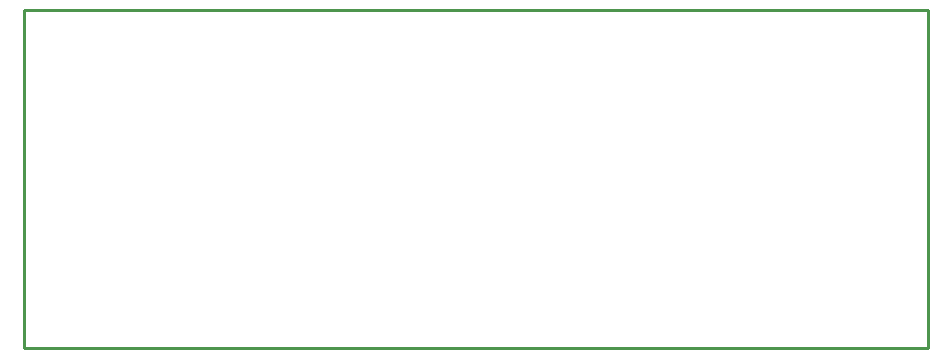
<source format=gm1>
G04*
G04 #@! TF.GenerationSoftware,Altium Limited,Altium Designer,22.3.1 (43)*
G04*
G04 Layer_Color=16711935*
%FSLAX44Y44*%
%MOMM*%
G71*
G04*
G04 #@! TF.SameCoordinates,C52AF181-6C1B-4B2A-911A-4B769AFB4D18*
G04*
G04*
G04 #@! TF.FilePolarity,Positive*
G04*
G01*
G75*
%ADD13C,0.2540*%
D13*
X1077580Y677000D02*
Y963000D01*
X312420D02*
X1077580D01*
X312420Y677000D02*
X1077580D01*
X312420D02*
Y963000D01*
M02*

</source>
